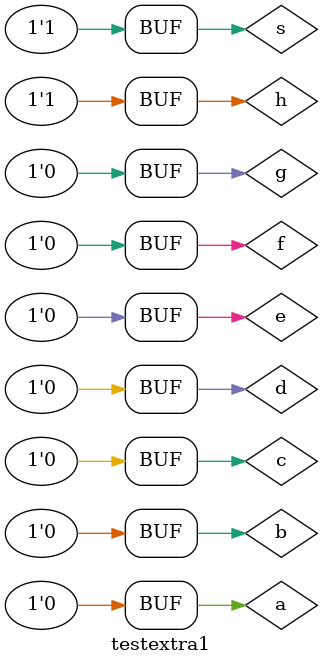
<source format=v>

module extra1(output s, input a,input b,input c,input d,input e ,input f,input g,input h);

endmodule


module testextra1;
reg a,b,c,d,e,f,g,h;
wire s;

nand NAND1(s,a,b,c,d,e,f,g,h);

initial begin:start

a=0; b=0;c=0; d=0;e=0; f=0;g=0; h=0;

end


initial begin:main

$display("Extra 1 - Luiz Marques de olveira - 417138");
$display("PORTA NAND 1 BYTE");
$display("a  b  c  d  e  f  g  h = s");
$monitor("%b  %b  %b  %b  %b  %b  %b  %b  = %b",a,b,c,d,e,f,g,h,s);


#1 a=0; b=0;c=0; d=0;e=0; f=0;g=0; h=1;

end
	
	endmodule // extra1
</source>
